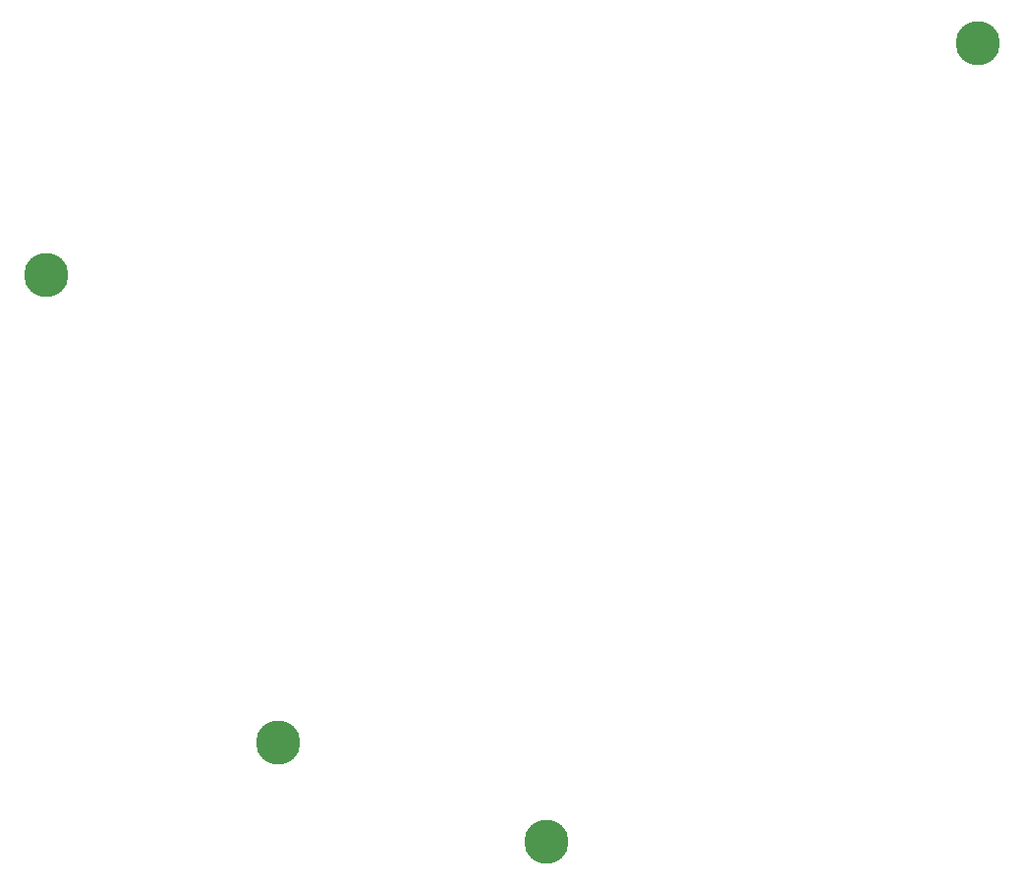
<source format=gbr>
%TF.GenerationSoftware,KiCad,Pcbnew,(6.0.7-1)-1*%
%TF.CreationDate,2022-09-15T11:21:21-04:00*%
%TF.ProjectId,skyline_pcb_top_plate,736b796c-696e-4655-9f70-63625f746f70,v1.0.0*%
%TF.SameCoordinates,Original*%
%TF.FileFunction,Copper,L2,Bot*%
%TF.FilePolarity,Positive*%
%FSLAX46Y46*%
G04 Gerber Fmt 4.6, Leading zero omitted, Abs format (unit mm)*
G04 Created by KiCad (PCBNEW (6.0.7-1)-1) date 2022-09-15 11:21:21*
%MOMM*%
%LPD*%
G01*
G04 APERTURE LIST*
%TA.AperFunction,ConnectorPad*%
%ADD10C,3.800000*%
%TD*%
%TA.AperFunction,ComponentPad*%
%ADD11C,2.600000*%
%TD*%
G04 APERTURE END LIST*
D10*
%TO.P,REF\u002A\u002A,1*%
%TO.N,N/C*%
X217866825Y-205100260D03*
D11*
X217866825Y-205100260D03*
%TD*%
D10*
%TO.P,REF\u002A\u002A,1*%
%TO.N,N/C*%
X255041541Y-136216572D03*
D11*
X255041541Y-136216572D03*
%TD*%
%TO.P,REF\u002A\u002A,1*%
%TO.N,N/C*%
X194766825Y-196500260D03*
D10*
X194766825Y-196500260D03*
%TD*%
%TO.P,REF\u002A\u002A,1*%
%TO.N,N/C*%
X174776825Y-156240260D03*
D11*
X174776825Y-156240260D03*
%TD*%
M02*

</source>
